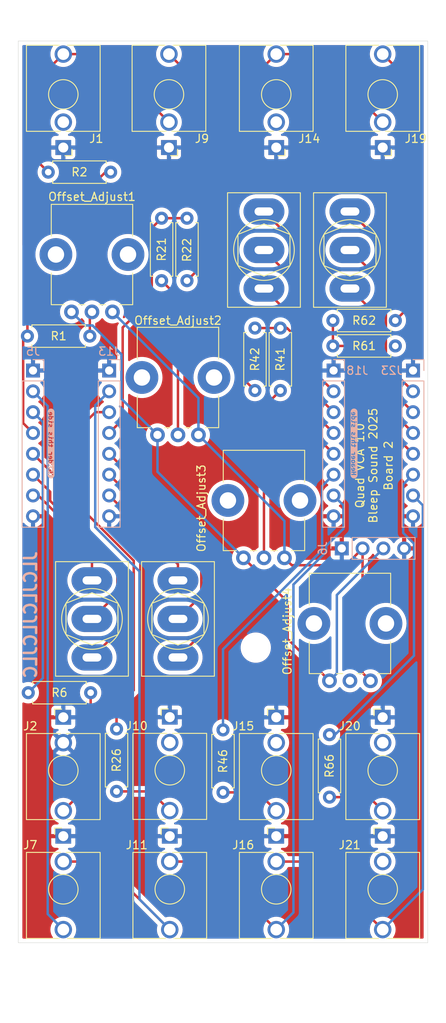
<source format=kicad_pcb>
(kicad_pcb (version 20240108) (generator "pcbnew") (generator_version "8.0")
  (layers (0 "F.Cu" signal) (31 "B.Cu" signal) (34 "B.Paste" user) (35 "F.Paste" user) (36 "B.SilkS" user "B.Silkscreen") (37 "F.SilkS" user "F.Silkscreen") (38 "B.Mask" user) (39 "F.Mask" user) (44 "Edge.Cuts" user))
  (net 0 "")
  (net 1 "GND")
  (net 2 "+12V")
  (net 3 "-12V")
  (net 4 "CV1")
  (net 6 "Net-(J2-PadT)")
  (net 7 "/Out1")
  (net 8 "/In1")
  (net 9 "/Offset1")
  (net 10 "/log1")
  (net 11 "/Amp_bias1")
  (net 12 "/lin1")
  (net 13 "Out2")
  (net 14 "Net-(J9-PadT)")
  (net 15 "Net-(J10-PadT)")
  (net 16 "Out3")
  (net 17 "/VCA_2/In2")
  (net 18 "/VCA_2/Offset2")
  (net 19 "/VCA_2/log2")
  (net 20 "/VCA_2/Amp_bias2")
  (net 21 "/VCA_2/lin2")
  (net 22 "CV3")
  (net 26 "Net-(J15-PadT)")
  (net 27 "Out4")
  (net 28 "/VCA_3/In3")
  (net 29 "/VCA_3/Offset3")
  (net 30 "/VCA_3/log3")
  (net 31 "/VCA_3/Amp_bias3")
  (net 32 "/VCA_3/lin3")
  (net 33 "Net-(J19-PadT)")
  (net 34 "Net-(J20-PadT)")
  (net 37 "/VCA_4/In4")
  (net 38 "/VCA_4/Offset4")
  (net 39 "/VCA_4/log4")
  (net 40 "/VCA_4/Amp_bias4")
  (net 41 "/VCA_4/lin4")
  (net 42 "Net-(Offset_Adjust1-Pad2)")
  (net 43 "Net-(Offset_Adjust2-Pad2)")
  (net 44 "Net-(Offset_Adjust3-Pad2)")
  (net 45 "Net-(Offset_Adjust4-Pad2)")
  (footprint "Resistor_THT:R_Axial_DIN0207_L6.3mm_D2.5mm_P7.62mm_Horizontal" (layer "F.Cu") (at 110.22 116)
    (property "Reference" "R6" (at 3.81 0 0) (layer "F.SilkS"))
    (property "Value" "100k")
    (pad "1" thru_hole circle (at 0 0) (size 1.6 1.6) (drill 0.8) (layers "*.Cu" "*.Mask") (net 8 "/In1"))
    (pad "2" thru_hole oval (at 7.62 0) (size 1.6 1.6) (drill 0.8) (layers "*.Cu" "*.Mask") (net 6 "Net-(J2-PadT)"))
  )
  (footprint "MountingHole:MountingHole_3.2mm_M3" (layer "F.Cu") (at 138 110.5)
    (property "Reference" "H1" (hide yes))
    (property "Value" "SpacerHoles")
    (pad "" np_thru_hole circle (at 0 0) (size 3.2 3.2) (drill 3.2) (layers "*.Cu" "*.Mask"))
  )
  (footprint "Kicad-perso:Thonkiconn" (layer "F.Cu") (at 153.5 119)
    (property "Reference" "J20" (at -4.03 1.08 180) (layer "F.SilkS"))
    (property "Value" "In")
    (pad "S" thru_hole rect (at 0 0 180) (size 1.93 1.83) (drill 1.22) (layers "*.Cu" "*.Mask") (net 1 "GND"))
    (pad "T" thru_hole circle (at 0 11.4 180) (size 2.13 2.13) (drill 1.43) (layers "*.Cu" "*.Mask") (net 34 "Net-(J20-PadT)"))
    (pad "TN" thru_hole circle (at 0 3.1 180) (size 2.13 2.13) (drill 1.42) (layers "*.Cu" "*.Mask"))
  )
  (footprint "Kicad-perso:Thonkiconn" (layer "F.Cu") (at 140.5 119)
    (property "Reference" "J15" (at -4.03 1.08 180) (layer "F.SilkS"))
    (property "Value" "In")
    (pad "S" thru_hole rect (at 0 0 180) (size 1.93 1.83) (drill 1.22) (layers "*.Cu" "*.Mask") (net 1 "GND"))
    (pad "T" thru_hole circle (at 0 11.4 180) (size 2.13 2.13) (drill 1.43) (layers "*.Cu" "*.Mask") (net 26 "Net-(J15-PadT)"))
    (pad "TN" thru_hole circle (at 0 3.1 180) (size 2.13 2.13) (drill 1.42) (layers "*.Cu" "*.Mask"))
  )
  (footprint "Resistor_THT:R_Axial_DIN0207_L6.3mm_D2.5mm_P7.62mm_Horizontal" (layer "F.Cu") (at 147.42 73.7)
    (property "Reference" "R61" (at 3.81 0 0) (layer "F.SilkS"))
    (property "Value" "100k")
    (pad "1" thru_hole circle (at 0 0) (size 1.6 1.6) (drill 0.8) (layers "*.Cu" "*.Mask") (net 38 "/VCA_4/Offset4"))
    (pad "2" thru_hole oval (at 7.62 0) (size 1.6 1.6) (drill 0.8) (layers "*.Cu" "*.Mask") (net 45 "Net-(Offset_Adjust4-Pad2)"))
  )
  (footprint "Kicad-perso:Pot-bourns-alpha" (layer "F.Cu") (at 120.5 69.55 90)
    (property "Reference" "Offset_Adjust1" (at 14.05 -2.5 180) (layer "F.SilkS"))
    (property "Value" "100k")
    (pad "" np_thru_hole circle (at 7 -6.9 90) (size 4 4) (drill 2) (layers "F&B.Cu" "*.Mask"))
    (pad "" np_thru_hole circle (at 7 1.9 90) (size 4 4) (drill 2) (layers "*.Cu" "*.Mask"))
    (pad "1" thru_hole circle (at 0 -5 90) (size 1.8 1.8) (drill 1) (layers "*.Cu" "*.Mask") (net 3 "-12V"))
    (pad "2" thru_hole circle (at 0 -2.5 90) (size 1.8 1.8) (drill 1) (layers "*.Cu" "*.Mask") (net 42 "Net-(Offset_Adjust1-Pad2)"))
    (pad "3" thru_hole circle (at 0 0 90) (size 1.8 1.8) (drill 1) (layers "*.Cu" "*.Mask") (net 2 "+12V"))
  )
  (footprint "Kicad-perso:Pot-bourns-alpha" (layer "F.Cu") (at 141.5 99.55 90)
    (property "Reference" "Offset_Adjust3" (at 6.05 -10.15 90) (layer "F.SilkS"))
    (property "Value" "100k")
    (pad "" np_thru_hole circle (at 7 -6.9 90) (size 4 4) (drill 2) (layers "F&B.Cu" "*.Mask"))
    (pad "" np_thru_hole circle (at 7 1.9 90) (size 4 4) (drill 2) (layers "*.Cu" "*.Mask"))
    (pad "1" thru_hole circle (at 0 -5 90) (size 1.8 1.8) (drill 1) (layers "*.Cu" "*.Mask") (net 3 "-12V"))
    (pad "2" thru_hole circle (at 0 -2.5 90) (size 1.8 1.8) (drill 1) (layers "*.Cu" "*.Mask") (net 44 "Net-(Offset_Adjust3-Pad2)"))
    (pad "3" thru_hole circle (at 0 0 90) (size 1.8 1.8) (drill 1) (layers "*.Cu" "*.Mask") (net 2 "+12V"))
  )
  (footprint "Kicad-perso:Thonkiconn" (layer "F.Cu") (at 153.5 133.5)
    (property "Reference" "J21" (at -4.03 1.08 180) (layer "F.SilkS"))
    (property "Value" "Out")
    (pad "S" thru_hole rect (at 0 0 180) (size 1.93 1.83) (drill 1.22) (layers "*.Cu" "*.Mask") (net 1 "GND"))
    (pad "T" thru_hole circle (at 0 11.4 180) (size 2.13 2.13) (drill 1.43) (layers "*.Cu" "*.Mask") (net 27 "Out4"))
    (pad "TN" thru_hole circle (at 0 3.1 180) (size 2.13 2.13) (drill 1.42) (layers "*.Cu" "*.Mask"))
  )
  (footprint "Resistor_THT:R_Axial_DIN0207_L6.3mm_D2.5mm_P7.62mm_Horizontal" (layer "F.Cu") (at 121 120.42 -90)
    (property "Reference" "R26" (at 3.81 0 -90) (layer "F.SilkS"))
    (property "Value" "100k")
    (pad "1" thru_hole circle (at 0 0 270) (size 1.6 1.6) (drill 0.8) (layers "*.Cu" "*.Mask") (net 17 "/VCA_2/In2"))
    (pad "2" thru_hole oval (at 7.62 0 270) (size 1.6 1.6) (drill 0.8) (layers "*.Cu" "*.Mask") (net 15 "Net-(J10-PadT)"))
  )
  (footprint "Kicad-perso:Thonkiconn" (layer "F.Cu") (at 127.5 118.98)
    (property "Reference" "J10" (at -4.03 1.08 0) (layer "F.SilkS"))
    (property "Value" "In")
    (pad "S" thru_hole rect (at 0 0 180) (size 1.93 1.83) (drill 1.22) (layers "*.Cu" "*.Mask") (net 1 "GND"))
    (pad "T" thru_hole circle (at 0 11.4 180) (size 2.13 2.13) (drill 1.43) (layers "*.Cu" "*.Mask") (net 15 "Net-(J10-PadT)"))
    (pad "TN" thru_hole circle (at 0 3.1 180) (size 2.13 2.13) (drill 1.42) (layers "*.Cu" "*.Mask"))
  )
  (footprint "Kicad-perso:SW_Toggle_Blue_wSlots" (layer "F.Cu") (at 149.5 62 90)
    (property "Reference" "SW4" (hide yes))
    (property "Value" "log/lin")
    (pad "1" thru_hole oval (at -4.7 0 90) (size 3.2 5) (drill oval 1 2.3) (layers "*.Cu" "*.Mask") (net 39 "/VCA_4/log4"))
    (pad "2" thru_hole oval (at 0 0 90) (size 3.2 5) (drill oval 1 2.3) (layers "*.Cu" "*.Mask") (net 40 "/VCA_4/Amp_bias4"))
    (pad "3" thru_hole oval (at 4.7 0 90) (size 3.2 5) (drill oval 1 2.3) (layers "*.Cu" "*.Mask") (net 41 "/VCA_4/lin4"))
  )
  (footprint "Kicad-perso:Pot-bourns-alpha" (layer "F.Cu") (at 131 84.55 90)
    (property "Reference" "Offset_Adjust2" (at 13.95 -2.5 180) (layer "F.SilkS"))
    (property "Value" "100k")
    (pad "" np_thru_hole circle (at 7 -6.9 90) (size 4 4) (drill 2) (layers "F&B.Cu" "*.Mask"))
    (pad "" np_thru_hole circle (at 7 1.9 90) (size 4 4) (drill 2) (layers "*.Cu" "*.Mask"))
    (pad "1" thru_hole circle (at 0 -5 90) (size 1.8 1.8) (drill 1) (layers "*.Cu" "*.Mask") (net 3 "-12V"))
    (pad "2" thru_hole circle (at 0 -2.5 90) (size 1.8 1.8) (drill 1) (layers "*.Cu" "*.Mask") (net 43 "Net-(Offset_Adjust2-Pad2)"))
    (pad "3" thru_hole circle (at 0 0 90) (size 1.8 1.8) (drill 1) (layers "*.Cu" "*.Mask") (net 2 "+12V"))
  )
  (footprint "Resistor_THT:R_Axial_DIN0207_L6.3mm_D2.5mm_P7.62mm_Horizontal" (layer "F.Cu") (at 147 121.12 -90)
    (property "Reference" "R66" (at 3.81 0 -90) (layer "F.SilkS"))
    (property "Value" "100k")
    (pad "1" thru_hole circle (at 0 0 270) (size 1.6 1.6) (drill 0.8) (layers "*.Cu" "*.Mask") (net 37 "/VCA_4/In4"))
    (pad "2" thru_hole oval (at 7.62 0 270) (size 1.6 1.6) (drill 0.8) (layers "*.Cu" "*.Mask") (net 34 "Net-(J20-PadT)"))
  )
  (footprint "Kicad-perso:Thonkiconn" (layer "F.Cu") (at 140.5 133.5)
    (property "Reference" "J16" (at -4.03 1.08 180) (layer "F.SilkS"))
    (property "Value" "Out")
    (pad "S" thru_hole rect (at 0 0 180) (size 1.93 1.83) (drill 1.22) (layers "*.Cu" "*.Mask") (net 1 "GND"))
    (pad "T" thru_hole circle (at 0 11.4 180) (size 2.13 2.13) (drill 1.43) (layers "*.Cu" "*.Mask") (net 16 "Out3"))
    (pad "TN" thru_hole circle (at 0 3.1 180) (size 2.13 2.13) (drill 1.42) (layers "*.Cu" "*.Mask") (net 27 "Out4"))
  )
  (footprint "Kicad-perso:Thonkiconn" (layer "F.Cu") (at 140.5 49.5 180)
    (property "Reference" "J14" (at -4.03 1.08 0) (layer "F.SilkS"))
    (property "Value" "CV")
    (pad "S" thru_hole rect (at 0 0) (size 1.93 1.83) (drill 1.22) (layers "*.Cu" "*.Mask") (net 1 "GND"))
    (pad "T" thru_hole circle (at 0 11.4) (size 2.13 2.13) (drill 1.43) (layers "*.Cu" "*.Mask") (net 22 "CV3"))
    (pad "TN" thru_hole circle (at 0 3.1) (size 2.13 2.13) (drill 1.42) (layers "*.Cu" "*.Mask"))
  )
  (footprint "Kicad-perso:Thonkiconn" (layer "F.Cu") (at 127.4 49.5 180)
    (property "Reference" "J9" (at -4.03 1.08 0) (layer "F.SilkS"))
    (property "Value" "CV")
    (pad "S" thru_hole rect (at 0 0) (size 1.93 1.83) (drill 1.22) (layers "*.Cu" "*.Mask") (net 1 "GND"))
    (pad "T" thru_hole circle (at 0 11.4) (size 2.13 2.13) (drill 1.43) (layers "*.Cu" "*.Mask") (net 14 "Net-(J9-PadT)"))
    (pad "TN" thru_hole circle (at 0 3.1) (size 2.13 2.13) (drill 1.42) (layers "*.Cu" "*.Mask") (net 4 "CV1"))
  )
  (footprint "Resistor_THT:R_Axial_DIN0207_L6.3mm_D2.5mm_P7.62mm_Horizontal" (layer "F.Cu") (at 141 71.52 -90)
    (property "Reference" "R41" (at 3.81 0 -90) (layer "F.SilkS"))
    (property "Value" "100k")
    (pad "1" thru_hole circle (at 0 0 270) (size 1.6 1.6) (drill 0.8) (layers "*.Cu" "*.Mask") (net 29 "/VCA_3/Offset3"))
    (pad "2" thru_hole oval (at 7.62 0 270) (size 1.6 1.6) (drill 0.8) (layers "*.Cu" "*.Mask") (net 44 "Net-(Offset_Adjust3-Pad2)"))
  )
  (footprint "Kicad-perso:Thonkiconn" (layer "F.Cu") (at 114.5 49.5 180)
    (property "Reference" "J1" (at -4.03 1.08 0) (layer "F.SilkS"))
    (property "Value" "CV")
    (pad "S" thru_hole rect (at 0 0) (size 1.93 1.83) (drill 1.22) (layers "*.Cu" "*.Mask") (net 1 "GND"))
    (pad "T" thru_hole circle (at 0 11.4) (size 2.13 2.13) (drill 1.43) (layers "*.Cu" "*.Mask") (net 4 "CV1"))
    (pad "TN" thru_hole circle (at 0 3.1) (size 2.13 2.13) (drill 1.42) (layers "*.Cu" "*.Mask"))
  )
  (footprint "Resistor_THT:R_Axial_DIN0207_L6.3mm_D2.5mm_P7.62mm_Horizontal" (layer "F.Cu") (at 110.12 72.5)
    (property "Reference" "R1" (at 3.81 0 0) (layer "F.SilkS"))
    (property "Value" "100k")
    (pad "1" thru_hole circle (at 0 0) (size 1.6 1.6) (drill 0.8) (layers "*.Cu" "*.Mask") (net 9 "/Offset1"))
    (pad "2" thru_hole oval (at 7.62 0) (size 1.6 1.6) (drill 0.8) (layers "*.Cu" "*.Mask") (net 42 "Net-(Offset_Adjust1-Pad2)"))
  )
  (footprint "Kicad-perso:Thonkiconn" (layer "F.Cu") (at 114.5 119)
    (property "Reference" "J2" (at -4.03 1.08 180) (layer "F.SilkS"))
    (property "Value" "In")
    (pad "S" thru_hole rect (at 0 0 180) (size 1.93 1.83) (drill 1.22) (layers "*.Cu" "*.Mask") (net 1 "GND"))
    (pad "T" thru_hole circle (at 0 11.4 180) (size 2.13 2.13) (drill 1.43) (layers "*.Cu" "*.Mask") (net 6 "Net-(J2-PadT)"))
    (pad "TN" thru_hole circle (at 0 3.1 180) (size 2.13 2.13) (drill 1.42) (layers "*.Cu" "*.Mask") (net 1 "GND"))
  )
  (footprint "Kicad-perso:Thonkiconn" (layer "F.Cu") (at 153.5 49.5 180)
    (property "Reference" "J19" (at -4.03 1.08 0) (layer "F.SilkS"))
    (property "Value" "CV")
    (pad "S" thru_hole rect (at 0 0) (size 1.93 1.83) (drill 1.22) (layers "*.Cu" "*.Mask") (net 1 "GND"))
    (pad "T" thru_hole circle (at 0 11.4) (size 2.13 2.13) (drill 1.43) (layers "*.Cu" "*.Mask") (net 33 "Net-(J19-PadT)"))
    (pad "TN" thru_hole circle (at 0 3.1) (size 2.13 2.13) (drill 1.42) (layers "*.Cu" "*.Mask") (net 22 "CV3"))
  )
  (footprint "Resistor_THT:R_Axial_DIN0207_L6.3mm_D2.5mm_P7.62mm_Horizontal" (layer "F.Cu") (at 134 120.54 -90)
    (property "Reference" "R46" (at 3.81 0 -90) (layer "F.SilkS"))
    (property "Value" "100k")
    (pad "1" thru_hole circle (at 0 0 270) (size 1.6 1.6) (drill 0.8) (layers "*.Cu" "*.Mask") (net 28 "/VCA_3/In3"))
    (pad "2" thru_hole oval (at 7.62 0 270) (size 1.6 1.6) (drill 0.8) (layers "*.Cu" "*.Mask") (net 26 "Net-(J15-PadT)"))
  )
  (footprint "Kicad-perso:SW_Toggle_Blue_wSlots" (layer "F.Cu") (at 118 107 90)
    (property "Reference" "SW1" (hide yes))
    (property "Value" "log/lin")
    (pad "1" thru_hole oval (at -4.7 0 90) (size 3.2 5) (drill oval 1 2.3) (layers "*.Cu" "*.Mask") (net 10 "/log1"))
    (pad "2" thru_hole oval (at 0 0 90) (size 3.2 5) (drill oval 1 2.3) (layers "*.Cu" "*.Mask") (net 11 "/Amp_bias1"))
    (pad "3" thru_hole oval (at 4.7 0 90) (size 3.2 5) (drill oval 1 2.3) (layers "*.Cu" "*.Mask") (net 12 "/lin1"))
  )
  (footprint "Resistor_THT:R_Axial_DIN0207_L6.3mm_D2.5mm_P7.62mm_Horizontal" (layer "F.Cu") (at 126.5 58.12 -90)
    (property "Reference" "R21" (at 3.81 0 -90) (layer "F.SilkS"))
    (property "Value" "100k")
    (pad "1" thru_hole circle (at 0 0 270) (size 1.6 1.6) (drill 0.8) (layers "*.Cu" "*.Mask") (net 18 "/VCA_2/Offset2"))
    (pad "2" thru_hole oval (at 7.62 0 270) (size 1.6 1.6) (drill 0.8) (layers "*.Cu" "*.Mask") (net 43 "Net-(Offset_Adjust2-Pad2)"))
  )
  (footprint "Resistor_THT:R_Axial_DIN0207_L6.3mm_D2.5mm_P7.62mm_Horizontal" (layer "F.Cu") (at 137.9 71.52 -90)
    (property "Reference" "R42" (at 3.81 0 -90) (layer "F.SilkS"))
    (property "Value" "100k")
    (pad "1" thru_hole circle (at 0 0 270) (size 1.6 1.6) (drill 0.8) (layers "*.Cu" "*.Mask") (net 29 "/VCA_3/Offset3"))
    (pad "2" thru_hole oval (at 7.62 0 270) (size 1.6 1.6) (drill 0.8) (layers "*.Cu" "*.Mask") (net 22 "CV3"))
  )
  (footprint "Kicad-perso:Pot-bourns-alpha" (layer "F.Cu") (at 152 114.55 90)
    (property "Reference" "Offset_Adjust4" (at 6.05 -10.15 90) (layer "F.SilkS"))
    (property "Value" "100k")
    (pad "" np_thru_hole circle (at 7 -6.9 90) (size 4 4) (drill 2) (layers "F&B.Cu" "*.Mask"))
    (pad "" np_thru_hole circle (at 7 1.9 90) (size 4 4) (drill 2) (layers "*.Cu" "*.Mask"))
    (pad "1" thru_hole circle (at 0 -5 90) (size 1.8 1.8) (drill 1) (layers "*.Cu" "*.Mask") (net 3 "-12V"))
    (pad "2" thru_hole circle (at 0 -2.5 90) (size 1.8 1.8) (drill 1) (layers "*.Cu" "*.Mask") (net 45 "Net-(Offset_Adjust4-Pad2)"))
    (pad "3" thru_hole circle (at 0 0 90) (size 1.8 1.8) (drill 1) (layers "*.Cu" "*.Mask") (net 2 "+12V"))
  )
  (footprint "Resistor_THT:R_Axial_DIN0207_L6.3mm_D2.5mm_P7.62mm_Horizontal" (layer "F.Cu") (at 129.6 58.12 -90)
    (property "Reference" "R22" (at 3.88 0 -90) (layer "F.SilkS"))
    (property "Value" "100k")
    (pad "1" thru_hole circle (at 0 0 270) (size 1.6 1.6) (drill 0.8) (layers "*.Cu" "*.Mask") (net 18 "/VCA_2/Offset2"))
    (pad "2" thru_hole oval (at 7.62 0 270) (size 1.6 1.6) (drill 0.8) (layers "*.Cu" "*.Mask") (net 14 "Net-(J9-PadT)"))
  )
  (footprint "Kicad-perso:SW_Toggle_Blue_wSlots" (layer "F.Cu") (at 139 62 90)
    (property "Reference" "SW3" (hide yes))
    (property "Value" "log/lin")
    (pad "1" thru_hole oval (at -4.7 0 90) (size 3.2 5) (drill oval 1 2.3) (layers "*.Cu" "*.Mask") (net 30 "/VCA_3/log3"))
    (pad "2" thru_hole oval (at 0 0 90) (size 3.2 5) (drill oval 1 2.3) (layers "*.Cu" "*.Mask") (net 31 "/VCA_3/Amp_bias3"))
    (pad "3" thru_hole oval (at 4.7 0 90) (size 3.2 5) (drill oval 1 2.3) (layers "*.Cu" "*.Mask") (net 32 "/VCA_3/lin3"))
  )
  (footprint "Resistor_THT:R_Axial_DIN0207_L6.3mm_D2.5mm_P7.62mm_Horizontal" (layer "F.Cu") (at 147.42 70.6)
    (property "Reference" "R62" (at 3.81 0 0) (layer "F.SilkS"))
    (property "Value" "100k")
    (pad "1" thru_hole circle (at 0 0) (size 1.6 1.6) (drill 0.8) (layers "*.Cu" "*.Mask") (net 38 "/VCA_4/Offset4"))
    (pad "2" thru_hole oval (at 7.62 0) (size 1.6 1.6) (drill 0.8) (layers "*.Cu" "*.Mask") (net 33 "Net-(J19-PadT)"))
  )
  (footprint "Resistor_THT:R_Axial_DIN0207_L6.3mm_D2.5mm_P7.62mm_Horizontal" (layer "F.Cu") (at 120.28 52.5 180)
    (property "Reference" "R2" (at 3.81 0 180) (layer "F.SilkS"))
    (property "Value" "100k")
    (pad "1" thru_hole circle (at 0 0 180) (size 1.6 1.6) (drill 0.8) (layers "*.Cu" "*.Mask") (net 9 "/Offset1"))
    (pad "2" thru_hole oval (at 7.62 0 180) (size 1.6 1.6) (drill 0.8) (layers "*.Cu" "*.Mask") (net 4 "CV1"))
  )
  (footprint "Kicad-perso:Thonkiconn" (layer "F.Cu") (at 127.5 133.5)
    (property "Reference" "J11" (at -4.03 1.08 180) (layer "F.SilkS"))
    (property "Value" "Out")
    (pad "S" thru_hole rect (at 0 0 180) (size 1.93 1.83) (drill 1.22) (layers "*.Cu" "*.Mask") (net 1 "GND"))
    (pad "T" thru_hole circle (at 0 11.4 180) (size 2.13 2.13) (drill 1.43) (layers "*.Cu" "*.Mask") (net 13 "Out2"))
    (pad "TN" thru_hole circle (at 0 3.1 180) (size 2.13 2.13) (drill 1.42) (layers "*.Cu" "*.Mask") (net 16 "Out3"))
  )
  (footprint "Kicad-perso:Thonkiconn" (layer "F.Cu") (at 114.5 133.5)
    (property "Reference" "J7" (at -4.03 1.08 180) (layer "F.SilkS"))
    (property "Value" "Out")
    (pad "S" thru_hole rect (at 0 0 180) (size 1.93 1.83) (drill 1.22) (layers "*.Cu" "*.Mask") (net 1 "GND"))
    (pad "T" thru_hole circle (at 0 11.4 180) (size 2.13 2.13) (drill 1.43) (layers "*.Cu" "*.Mask") (net 7 "/Out1"))
    (pad "TN" thru_hole circle (at 0 3.1 180) (size 2.13 2.13) (drill 1.42) (layers "*.Cu" "*.Mask") (net 13 "Out2"))
  )
  (footprint "Kicad-perso:SW_Toggle_Blue_wSlots" (layer "F.Cu") (at 128.5 107 90)
    (property "Reference" "SW2" (hide yes))
    (property "Value" "log/lin")
    (pad "1" thru_hole oval (at -4.7 0 90) (size 3.2 5) (drill oval 1 2.3) (layers "*.Cu" "*.Mask") (net 19 "/VCA_2/log2"))
    (pad "2" thru_hole oval (at 0 0 90) (size 3.2 5) (drill oval 1 2.3) (layers "*.Cu" "*.Mask") (net 20 "/VCA_2/Amp_bias2"))
    (pad "3" thru_hole oval (at 4.7 0 90) (size 3.2 5) (drill oval 1 2.3) (layers "*.Cu" "*.Mask") (net 21 "/VCA_2/lin2"))
  )
  (footprint "Connector_PinHeader_2.54mm:PinHeader_1x08_P2.54mm_Vertical" (layer "B.Cu") (at 147.5 76.7 180)
    (property "Reference" "J18" (at -2.9 0 0) (layer "B.SilkS") (effects (justify mirror)))
    (property "Value" "Conn_Jack")
    (pad "1" thru_hole rect (at 0 0 180) (size 1.7 1.7) (drill 1) (layers "*.Cu" "*.Mask") (net 1 "GND"))
    (pad "2" thru_hole oval (at 0 -2.54 180) (size 1.7 1.7) (drill 1) (layers "*.Cu" "*.Mask") (net 32 "/VCA_3/lin3"))
    (pad "3" thru_hole oval (at 0 -5.08 180) (size 1.7 1.7) (drill 1) (layers "*.Cu" "*.Mask") (net 31 "/VCA_3/Amp_bias3"))
    (pad "4" thru_hole oval (at 0 -7.62 180) (size 1.7 1.7) (drill 1) (layers "*.Cu" "*.Mask") (net 30 "/VCA_3/log3"))
    (pad "5" thru_hole oval (at 0 -10.16 180) (size 1.7 1.7) (drill 1) (layers "*.Cu" "*.Mask") (net 29 "/VCA_3/Offset3"))
    (pad "6" thru_hole oval (at 0 -12.7 180) (size 1.7 1.7) (drill 1) (layers "*.Cu" "*.Mask") (net 28 "/VCA_3/In3"))
    (pad "7" thru_hole oval (at 0 -15.24 180) (size 1.7 1.7) (drill 1) (layers "*.Cu" "*.Mask") (net 16 "Out3"))
    (pad "8" thru_hole oval (at 0 -17.78 180) (size 1.7 1.7) (drill 1) (layers "*.Cu" "*.Mask") (net 1 "GND"))
  )
  (footprint "Connector_PinHeader_2.54mm:PinHeader_1x08_P2.54mm_Vertical" (layer "B.Cu") (at 110.8 76.7 180)
    (property "Reference" "J5" (at 0 2.33 0) (layer "B.SilkS") (effects (justify mirror)))
    (property "Value" "Conn_Jack")
    (pad "1" thru_hole rect (at 0 0 180) (size 1.7 1.7) (drill 1) (layers "*.Cu" "*.Mask") (net 1 "GND"))
    (pad "2" thru_hole oval (at 0 -2.54 180) (size 1.7 1.7) (drill 1) (layers "*.Cu" "*.Mask") (net 7 "/Out1"))
    (pad "3" thru_hole oval (at 0 -5.08 180) (size 1.7 1.7) (drill 1) (layers "*.Cu" "*.Mask") (net 8 "/In1"))
    (pad "4" thru_hole oval (at 0 -7.62 180) (size 1.7 1.7) (drill 1) (layers "*.Cu" "*.Mask") (net 9 "/Offset1"))
    (pad "5" thru_hole oval (at 0 -10.16 180) (size 1.7 1.7) (drill 1) (layers "*.Cu" "*.Mask") (net 10 "/log1"))
    (pad "6" thru_hole oval (at 0 -12.7 180) (size 1.7 1.7) (drill 1) (layers "*.Cu" "*.Mask") (net 11 "/Amp_bias1"))
    (pad "7" thru_hole oval (at 0 -15.24 180) (size 1.7 1.7) (drill 1) (layers "*.Cu" "*.Mask") (net 12 "/lin1"))
    (pad "8" thru_hole oval (at 0 -17.78 180) (size 1.7 1.7) (drill 1) (layers "*.Cu" "*.Mask") (net 1 "GND"))
  )
  (footprint "Connector_PinHeader_2.54mm:PinHeader_1x04_P2.54mm_Vertical" (layer "B.Cu") (at 148.5 98.4 -90)
    (property "Reference" "J6" (at 0 2.33 90) (layer "B.SilkS") (effects (justify mirror)))
    (property "Value" "Conn_power")
    (pad "1" thru_hole rect (at 0 0 270) (size 1.7 1.7) (drill 1) (layers "*.Cu" "*.Mask") (net 1 "GND"))
    (pad "2" thru_hole oval (at 0 -2.54 270) (size 1.7 1.7) (drill 1) (layers "*.Cu" "*.Mask") (net 2 "+12V"))
    (pad "3" thru_hole oval (at 0 -5.08 270) (size 1.7 1.7) (drill 1) (layers "*.Cu" "*.Mask") (net 3 "-12V"))
    (pad "4" thru_hole oval (at 0 -7.62 270) (size 1.7 1.7) (drill 1) (layers "*.Cu" "*.Mask") (net 1 "GND"))
  )
  (footprint "kibuzzard-67840666" (layer "B.Cu") (at 150 85.6 90)
    (property "Reference" "kibuzzard-67840666" (hide yes))
    (property "Value" "G***" (hide yes))
  )
  (footprint "kibuzzard-67840666" (layer "B.Cu") (at 113 85.6 90)
    (property "Reference" "kibuzzard-67840666" (hide yes))
    (property "Value" "G***" (hide yes))
  )
  (footprint "Connector_PinHeader_2.54mm:PinHeader_1x08_P2.54mm_Vertical" (layer "B.Cu") (at 157.2 76.7 180)
    (property "Reference" "J23" (at 2.6 0 0) (layer "B.SilkS") (effects (justify mirror)))
    (property "Value" "Conn_Jack")
    (pad "1" thru_hole rect (at 0 0 180) (size 1.7 1.7) (drill 1) (layers "*.Cu" "*.Mask") (net 1 "GND"))
    (pad "2" thru_hole oval (at 0 -2.54 180) (size 1.7 1.7) (drill 1) (layers "*.Cu" "*.Mask") (net 41 "/VCA_4/lin4"))
    (pad "3" thru_hole oval (at 0 -5.08 180) (size 1.7 1.7) (drill 1) (layers "*.Cu" "*.Mask") (net 40 "/VCA_4/Amp_bias4"))
    (pad "4" thru_hole oval (at 0 -7.62 180) (size 1.7 1.7) (drill 1) (layers "*.Cu" "*.Mask") (net 39 "/VCA_4/log4"))
    (pad "5" thru_hole oval (at 0 -10.16 180) (size 1.7 1.7) (drill 1) (layers "*.Cu" "*.Mask") (net 38 "/VCA_4/Offset4"))
    (pad "6" thru_hole oval (at 0 -12.7 180) (size 1.7 1.7) (drill 1) (layers "*.Cu" "*.Mask") (net 37 "/VCA_4/In4"))
    (pad "7" thru_hole oval (at 0 -15.24 180) (size 1.7 1.7) (drill 1) (layers "*.Cu" "*.Mask") (net 27 "Out4"))
    (pad "8" thru_hole oval (at 0 -17.78 180) (size 1.7 1.7) (drill 1) (layers "*.Cu" "*.Mask") (net 1 "GND"))
  )
  (footprint "Connector_PinHeader_2.54mm:PinHeader_1x08_P2.54mm_Vertical" (layer "B.Cu") (at 120.1 76.7 180)
    (property "Reference" "J13" (at 0 2.33 0) (layer "B.SilkS") (effects (justify mirror)))
    (property "Value" "Conn_Jack")
    (pad "1" thru_hole rect (at 0 0 180) (size 1.7 1.7) (drill 1) (layers "*.Cu" "*.Mask") (net 1 "GND"))
    (pad "2" thru_hole oval (at 0 -2.54 180) (size 1.7 1.7) (drill 1) (layers "*.Cu" "*.Mask") (net 13 "Out2"))
    (pad "3" thru_hole oval (at 0 -5.08 180) (size 1.7 1.7) (drill 1) (layers "*.Cu" "*.Mask") (net 17 "/VCA_2/In2"))
    (pad "4" thru_hole oval (at 0 -7.62 180) (size 1.7 1.7) (drill 1) (layers "*.Cu" "*.Mask") (net 18 "/VCA_2/Offset2"))
    (pad "5" thru_hole oval (at 0 -10.16 180) (size 1.7 1.7) (drill 1) (layers "*.Cu" "*.Mask") (net 19 "/VCA_2/log2"))
    (pad "6" thru_hole oval (at 0 -12.7 180) (size 1.7 1.7) (drill 1) (layers "*.Cu" "*.Mask") (net 20 "/VCA_2/Amp_bias2"))
    (pad "7" thru_hole oval (at 0 -15.24 180) (size 1.7 1.7) (drill 1) (layers "*.Cu" "*.Mask") (net 21 "/VCA_2/lin2"))
    (pad "8" thru_hole oval (at 0 -17.78 180) (size 1.7 1.7) (drill 1) (layers "*.Cu" "*.Mask") (net 1 "GND"))
  )
  (gr_line (start 159 36.5) (end 159.000001 146.5) (stroke (width 0.05)) (layer "Edge.Cuts"))
  (gr_line (start 109 36.5) (end 159 36.5) (stroke (width 0.05)) (layer "Edge.Cuts"))
  (gr_line (start 109 36.5) (end 109.000001 146.5) (stroke (width 0.05)) (layer "Edge.Cuts"))
  (gr_line (start 109.000001 146.5) (end 159.000001 146.5) (stroke (width 0.05)) (layer "Edge.Cuts"))
  (gr_text "JLCJLCJLCJLC" (at 110.5 106.5 -270) (layer "B.SilkS") (effects (font (size 1.5 1.5) (thickness 0.3)) (justify mirror)))
  (gr_text "Quad VCA 1.0\nBleep Sound 2025" (at 151.53 88.3 90) (layer "F.SilkS") (effects (font (size 1 1))))
  (gr_text "Board 2" (at 154.2 88.3 90) (layer "F.SilkS") (effects (font (size 1 1))))
  (segment (start 148.99 100.45) (end 142.4 100.45) (width 0.3) (layer "F.Cu") (net 2))
  (segment (start 151.04 113.59) (end 152 114.55) (width 0.3) (layer "F.Cu") (net 2))
  (segment (start 142.4 100.45) (end 141.5 99.55) (width 0.3) (layer "F.Cu") (net 2))
  (segment (start 151.04 98.4) (end 151.04 113.59) (width 0.3) (layer "F.Cu") (net 2))
  (segment (start 151.04 98.4) (end 148.99 100.45) (width 0.3) (layer "F.Cu") (net 2))
  (segment (start 131 80.05) (end 120.5 69.55) (width 0.3) (layer "B.Cu") (net 2))
  (segment (start 141.5 95.05) (end 131 84.55) (width 0.3) (layer "B.Cu") (net 2))
  (segment (start 141.5 99.55) (end 141.5 95.05) (width 0.3) (layer "B.Cu") (net 2))
  (segment (start 131 84.55) (end 131 80.05) (width 0.3) (layer "B.Cu") (net 2))
  (segment (start 136.5 99.55) (end 141.9 104.95) (width 0.3) (layer "F.Cu") (net 3))
  (segment (start 141.9 104.95) (end 141.9 109.45) (width 0.3) (layer "F.Cu") (net 3))
  (segment (start 141.9 109.45) (end 147 114.55) (width 0.3) (layer "F.Cu") (net 3))
  (segment (start 153.58 98.4) (end 151.18 100.8) (width 0.3) (layer "B.Cu") (net 3))
  (segment (start 121.6 74.733654) (end 118.066346 71.2) (width 0.3) (layer "B.Cu") (net 3))
  (segment (start 117.15 71.2) (end 115.5 69.55) (width 0.3) (layer "B.Cu") (net 3))
  (segment (start 126 89.05) (end 126 84.55) (width 0.3) (layer "B.Cu") (net 3))
  (segment (start 147.9 113.65) (end 147.9 104.08) (width 0.3) (layer "B.Cu") (net 3))
  (segment (start 136.5 99.55) (end 126 89.05) (width 0.3) (layer "B.Cu") (net 3))
  (segment (start 118.066346 71.2) (end 117.15 71.2) (width 0.3) (layer "B.Cu") (net 3))
  (segment (start 147.9 104.08) (end 151.18 100.8) (width 0.3) (layer "B.Cu") (net 3))
  (segment (start 147 114.55) (end 147.9 113.65) (width 0.3) (layer "B.Cu") (net 3))
  (segment (start 126 84.55) (end 121.6 80.15) (width 0.3) (layer "B.Cu") (net 3))
  (segment (start 121.6 80.15) (end 121.6 74.733654) (width 0.3) (layer "B.Cu") (net 3))
  (segment (start 112.66 52.5) (end 111.4 51.24) (width 0.3) (layer "F.Cu") (net 4))
  (segment (start 119.1 38.1) (end 127.4 46.4) (width 0.3) (layer "F.Cu") (net 4))
  (segment (start 111.4 51.24) (end 111.4 41.2) (width 0.3) (layer "F.Cu") (net 4))
  (segment (start 111.4 41.2) (end 114.5 38.1) (width 0.3) (layer "F.Cu") (net 4))
  (segment (start 114.5 38.1) (end 119.1 38.1) (width 0.3) (layer "F.Cu") (net 4))
  (segment (start 117.84 127.06) (end 114.5 130.4) (width 0.3) (layer "F.Cu") (net 6))
  (segment (start 117.84 116) (end 117.84 127.06) (width 0.3) (layer "F.Cu") (net 6))
  (segment (start 110.8 79.24) (end 112.6 81.04) (width 0.3) (layer "B.Cu") (net 7))
  (segment (start 112.6 81.04) (end 112.6 143) (width 0.3) (layer "B.Cu") (net 7))
  (segment (start 112.6 143) (end 114.5 144.9) (width 0.3) (layer "B.Cu") (net 7))
  (segment (start 110.8 81.78) (end 112 82.98) (width 0.3) (layer "B.Cu") (net 8))
  (segment (start 112 82.98) (end 112 114.22) (width 0.3) (layer "B.Cu") (net 8))
  (segment (start 112 114.22) (end 110.22 116) (width 0.3) (layer "B.Cu") (net 8))
  (segment (start 110.8 84.32) (end 109.6 83.12) (width 0.3) (layer "F.Cu") (net 9))
  (segment (start 109.6 73.02) (end 110.12 72.5) (width 0.3) (layer "F.Cu") (net 9))
  (segment (start 119.64 52.5) (end 110.12 62.02) (width 0.3) (layer "F.Cu") (net 9))
  (segment (start 120.28 52.5) (end 119.64 52.5) (width 0.3) (layer "F.Cu") (net 9))
  (segment (start 110.12 62.02) (end 110.12 72.5) (width 0.3) (layer "F.Cu") (net 9))
  (segment (start 109.6 83.12) (end 109.6 73.02) (width 0.3) (layer "F.Cu") (net 9))
  (segment (start 121.6 100.592894) (end 113.4 92.392894) (width 0.3) (layer "F.Cu") (net 10))
  (segment (start 113.4 92.392894) (end 113.4 89.46) (width 0.3) (layer "F.Cu") (net 10))
  (segment (start 121.6 108.1) (end 121.6 100.592894) (width 0.3) (layer "F.Cu") (net 10))
  (segment (start 113.4 89.46) (end 110.8 86.86) (width 0.3) (layer "F.Cu") (net 10))
  (segment (start 118 111.7) (end 121.6 108.1) (width 0.3) (layer "F.Cu") (net 10))
  (segment (start 121.1 103.9) (end 121.1 100.8) (width 0.3) (layer "F.Cu") (net 11))
  (segment (start 112.9 91.5) (end 110.8 89.4) (width 0.3) (layer "F.Cu") (net 11))
  (segment (start 121.1 100.8) (end 112.9 92.6) (width 0.3) (layer "F.Cu") (net 11))
  (segment (start 112.9 92.6) (end 112.9 91.5) (width 0.3) (layer "F.Cu") (net 11))
  (segment (start 118 107) (end 121.1 103.9) (width 0.3) (layer "F.Cu") (net 11))
  (segment (start 118 98.5) (end 111.44 91.94) (width 0.3) (layer "F.Cu") (net 12))
  (segment (start 111.44 91.94) (end 110.8 91.94) (width 0.3) (layer "F.Cu") (net 12))
  (segment (start 118 102.3) (end 118 98.5) (width 0.3) (layer "F.Cu") (net 12))
  (segment (start 119.2 136.6) (end 127.5 144.9) (width 0.3) (layer "F.Cu") (net 13))
  (segment (start 114.5 136.6) (end 119.2 136.6) (width 0.3) (layer "F.Cu") (net 13))
  (segment (start 123.8 101.2) (end 123.8 141.2) (width 0.3) (layer "B.Cu") (net 13))
  (segment (start 120.1 79.24) (end 118.4 80.94) (width 0.3) (layer "B.Cu") (net 13))
  (segment (start 118.4 80.94) (end 118.4 95.8) (width 0.3) (layer "B.Cu") (net 13))
  (segment (start 123.8 141.2) (end 127.5 144.9) (width 0.3) (layer "B.Cu") (net 13))
  (segment (start 118.4 95.8) (end 123.8 101.2) (width 0.3) (layer "B.Cu") (net 13))
  (segment (start 131.4 63.94) (end 131.4 42.1) (width 0.3) (layer "F.Cu") (net 14))
  (segment (start 131.4 42.1) (end 127.4 38.1) (width 0.3) (layer "F.Cu") (net 14))
  (segment (start 129.6 65.74) (end 131.4 63.94) (width 0.3) (layer "F.Cu") (net 14))
  (segment (start 125.16 128.04) (end 127.5 130.38) (width 0.3) (layer "F.Cu") (net 15))
  (segment (start 121 128.04) (end 125.16 128.04) (width 0.3) (layer "F.Cu") (net 15))
  (segment (start 132.2 136.6) (end 140.5 144.9) (width 0.3) (layer "F.Cu") (net 16))
  (segment (start 127.5 136.6) (end 132.2 136.6) (width 0.3) (layer "F.Cu") (net 16))
  (segment (start 146.6 98.807106) (end 142.6 102.807106) (width 0.3) (layer "B.Cu") (net 16))
  (segment (start 142.6 102.807106) (end 142.6 142.8) (width 0.3) (layer "B.Cu") (net 16))
  (segment (start 142.6 142.8) (end 140.5 144.9) (width 0.3) (layer "B.Cu") (net 16))
  (segment (start 148.7 93.14) (end 148.7 96) (width 0.3) (layer "B.Cu") (net 16))
  (segment (start 148.7 96) (end 146.6 98.1) (width 0.3) (layer "B.Cu") (net 16))
  (segment (start 147.5 91.94) (end 148.7 93.14) (width 0.3) (layer "B.Cu") (net 16))
  (segment (start 146.6 98.1) (end 146.6 98.807106) (width 0.3) (layer "B.Cu") (net 16))
  (segment (start 118.42 81.78) (end 120.1 81.78) (width 0.3) (layer "F.Cu") (net 17))
  (segment (start 123.1 99.9) (end 117.5 94.3) (width 0.3) (layer "F.Cu") (net 17))
  (segment (start 117.5 82.7) (end 118.42 81.78) (width 0.3) (layer "F.Cu") (net 17))
  (segment (start 117.5 94.3) (end 117.5 82.7) (width 0.3) (layer "F.Cu") (net 17))
  (segment (start 121 120.42) (end 121 117.8) (width 0.3) (layer "F.Cu") (net 17))
  (segment (start 121 117.8) (end 123.1 115.7) (width 0.3) (layer "F.Cu") (net 17))
  (segment (start 123.1 115.7) (end 123.1 99.9) (width 0.3) (layer "F.Cu") (net 17))
  (segment (start 125.3 67.9) (end 121.75 71.45) (width 0.3) (layer "F.Cu") (net 18))
  (segment (start 129.6 58.12) (end 126.5 58.12) (width 0.3) (layer "F.Cu") (net 18))
  (segment (start 126.5 58.12) (end 125.3 59.32) (width 0.3) (layer "F.Cu") (net 18))
  (segment (start 121.75 82.67) (end 120.1 84.32) (width 0.3) (layer "F.Cu") (net 18))
  (segment (start 121.75 71.45) (end 121.75 82.67) (width 0.3) (layer "F.Cu") (net 18))
  (segment (start 125.3 59.32) (end 125.3 67.9) (width 0.3) (layer "F.Cu") (net 18))
  (segment (start 121.8 90.392893) (end 121.8 88.56) (width 0.3) (layer "F.Cu") (net 19))
  (segment (start 131.85 108.35) (end 131.85 100.442893) (width 0.3) (layer "F.Cu") (net 19))
  (segment (start 121.8 88.56) (end 120.1 86.86) (width 0.3) (layer "F.Cu") (net 19))
  (segment (start 131.85 100.442893) (end 121.8 90.392893) (width 0.3) (layer "F.Cu") (net 19))
  (segment (start 128.5 111.7) (end 131.85 108.35) (width 0.3) (layer "F.Cu") (net 19))
  (segment (start 120.1 89.4) (end 131.35 100.65) (width 0.3) (layer "F.Cu") (net 20))
  (segment (start 131.35 104.15) (end 128.5 107) (width 0.3) (layer "F.Cu") (net 20))
  (segment (start 131.35 100.65) (end 131.35 104.15) (width 0.3) (layer "F.Cu") (net 20))
  (segment (start 128.5 102.3) (end 128.5 100.34) (width 0.3) (layer "F.Cu") (net 21))
  (segment (start 128.5 100.34) (end 120.1 91.94) (width 0.3) (layer "F.Cu") (net 21))
  (segment (start 140.5 38.1) (end 145.2 38.1) (width 0.3) (layer "F.Cu") (net 22))
  (segment (start 140.5 38.1) (end 135.8 42.8) (width 0.3) (layer "F.Cu") (net 22))
  (segment (start 145.2 38.1) (end 153.5 46.4) (width 0.3) (layer "F.Cu") (net 22))
  (segment (start 135.8 42.8) (end 135.8 77.04) (width 0.3) (layer "F.Cu") (net 22))
  (segment (start 135.8 77.04) (end 137.9 79.14) (width 0.3) (layer "F.Cu") (net 22))
  (segment (start 138.26 128.16) (end 140.5 130.4) (width 0.3) (layer "F.Cu") (net 26))
  (segment (start 134 128.16) (end 138.26 128.16) (width 0.3) (layer "F.Cu") (net 26))
  (segment (start 145.2 136.6) (end 153.5 144.9) (width 0.3) (layer "F.Cu") (net 27))
  (segment (start 140.5 136.6) (end 145.2 136.6) (width 0.3) (layer "F.Cu") (net 27))
  (segment (start 158.4 93.14) (end 158.4 140) (width 0.3) (layer "B.Cu") (net 27))
  (segment (start 158.4 140) (end 153.5 144.9) (width 0.3) (layer "B.Cu") (net 27))
  (segment (start 157.2 91.94) (end 158.4 93.14) (width 0.3) (layer "B.Cu") (net 27))
  (segment (start 147.5 89.4) (end 146.1 90.8) (width 0.3) (layer "B.Cu") (net 28))
  (segment (start 146.1 90.8) (end 146.1 98.6) (width 0.3) (layer "B.Cu") (net 28))
  (segment (start 146.1 98.6) (end 134 110.7) (width 0.3) (layer "B.Cu") (net 28))
  (segment (start 134 110.7) (end 134 120.54) (width 0.3) (layer "B.Cu") (net 28))
  (segment (start 143.4 73.1) (end 143.4 82.76) (width 0.3) (layer "F.Cu") (net 29))
  (segment (start 141.82 71.52) (end 143.4 73.1) (width 0.3) (layer "F.Cu") (net 29))
  (segment (start 143.4 82.76) (end 147.5 86.86) (width 0.3) (layer "F.Cu") (net 29))
  (segment (start 137.9 71.52) (end 141 71.52) (width 0.3) (layer "F.Cu") (net 29))
  (segment (start 141 71.52) (end 141.82 71.52) (width 0.3) (layer "F.Cu") (net 29))
  (segment (start 144.6 72.3) (end 144.6 81.42) (width 0.3) (layer "F.Cu") (net 30))
  (segment (start 144.6 81.42) (end 147.5 84.32) (width 0.3) (layer "F.Cu") (net 30))
  (segment (start 139 66.7) (end 144.6 72.3) (width 0.3) (layer "F.Cu") (net 30))
  (segment (start 145.1 79.38) (end 147.5 81.78) (width 0.3) (layer "F.Cu") (net 31))
  (segment (start 139 62) (end 145.1 68.1) (width 0.3) (layer "F.Cu") (net 31))
  (segment (start 145.1 68.1) (end 145.1 79.38) (width 0.3) (layer "F.Cu") (net 31))
  (segment (start 147.5 79.24) (end 145.6 77.34) (width 0.3) (layer "F.Cu") (net 32))
  (segment (start 145.6 77.34) (end 145.6 63.9) (width 0.3) (layer "F.Cu") (net 32))
  (segment (start 145.6 63.9) (end 139 57.3) (width 0.3) (layer "F.Cu") (net 32))
  (segment (start 153.5 38.1) (end 156.2 40.8) (width 0.3) (layer "F.Cu") (net 33))
  (segment (start 156.2 40.8) (end 156.2 69.44) (width 0.3) (layer "F.Cu") (net 33))
  (segment (start 156.2 69.44) (end 155.04 70.6) (width 0.3) (layer "F.Cu") (net 33))
  (segment (start 147 128.74) (end 151.84 128.74) (width 0.3) (layer "F.Cu") (net 34))
  (segment (start 151.84 128.74) (end 153.5 130.4) (width 0.3) (layer "F.Cu") (net 34))
  (segment (start 157.32 97.82) (end 157.32 111.48) (width 0.3) (layer "B.Cu") (net 37))
  (segment (start 157.32 111.48) (end 147.68 121.12) (width 0.3) (layer "B.Cu") (net 37))
  (segment (start 147.68 121.12) (end 147 121.12) (width 0.3) (layer "B.Cu") (net 37))
  (segment (start 156 96.5) (end 157.32 97.82) (width 0.3) (layer "B.Cu") (net 37))
  (segment (start 157.2 89.4) (end 156 90.6) (width 0.3) (layer "B.Cu") (net 37))
  (segment (start 156 90.6) (end 156 96.5) (width 0.3) (layer "B.Cu") (net 37))
  (segment (start 157.2 86.86) (end 151.5 81.16) (width 0.3) (layer "F.Cu") (net 38))
  (segment (start 149 73.7) (end 147.42 73.7) (width 0.3) (layer "F.Cu") (net 38))
  (segment (start 151.5 81.16) (end 151.5 76.2) (width 0.3) (layer "F.Cu") (net 38))
  (segment (start 147.42 73.7) (end 147.42 70.6) (width 0.3) (layer "F.Cu") (net 38))
  (segment (start 151.5 76.2) (end 149 73.7) (width 0.3) (layer "F.Cu") (net 38))
  (segment (start 157.2 84.3) (end 152.89 79.99) (width 0.3) (layer "F.Cu") (net 39))
  (segment (start 152.89 79.99) (end 152.89 70.09) (width 0.3) (layer "F.Cu") (net 39))
  (segment (start 152.89 70.09) (end 149.5 66.7) (width 0.3) (layer "F.Cu") (net 39))
  (segment (start 157.2 84.32) (end 157.2 84.3) (width 0.3) (layer "F.Cu") (net 39))
  (segment (start 153.39 65.89) (end 153.39 77.97) (width 0.3) (layer "F.Cu") (net 40))
  (segment (start 153.39 77.97) (end 157.2 81.78) (width 0.3) (layer "F.Cu") (net 40))
  (segment (start 149.5 62) (end 153.39 65.89) (width 0.3) (layer "F.Cu") (net 40))
  (segment (start 153.89 75.93) (end 153.89 61.69) (width 0.3) (layer "F.Cu") (net 41))
  (segment (start 153.89 61.69) (end 149.5 57.3) (width 0.3) (layer "F.Cu") (net 41))
  (segment (start 157.2 79.24) (end 153.89 75.93) (width 0.3) (layer "F.Cu") (net 41))
  (segment (start 117.74 72.5) (end 117.74 69.81) (width 0.3) (layer "F.Cu") (net 42))
  (segment (start 117.74 69.81) (end 118 69.55) (width 0.3) (layer "F.Cu") (net 42))
  (segment (start 128.5 67.74) (end 126.5 65.74) (width 0.3) (layer "F.Cu") (net 43))
  (segment (start 128.5 84.55) (end 128.5 67.74) (width 0.3) (layer "F.Cu") (net 43))
  (segment (start 139 81.14) (end 141 79.14) (width 0.3) (layer "F.Cu") (net 44))
  (segment (start 139 99.55) (end 139 81.14) (width 0.3) (layer "F.Cu") (net 44))
  (zone (net 1) (net_name "GND") (layer "F.Cu") (connect_pads (clearance 0.508)) (min_thickness 0.254) (fill yes (thermal_gap 0.508) (thermal_bridge_width 0.508))
    (polygon (pts (xy 159.000001 146.5) (xy 109.000001 146.5) (xy 109.000001 36.5) (xy 159.000001 36.5)))
  )
  (zone (net 1) (net_name "GND") (layer "B.Cu") (connect_pads (clearance 0.508)) (min_thickness 0.254) (fill yes (thermal_gap 0.508) (thermal_bridge_width 0.508))
    (polygon (pts (xy 159.000001 146.5) (xy 109.000001 146.5) (xy 109.000001 36.5) (xy 159.000001 36.5)))
  )
)
</source>
